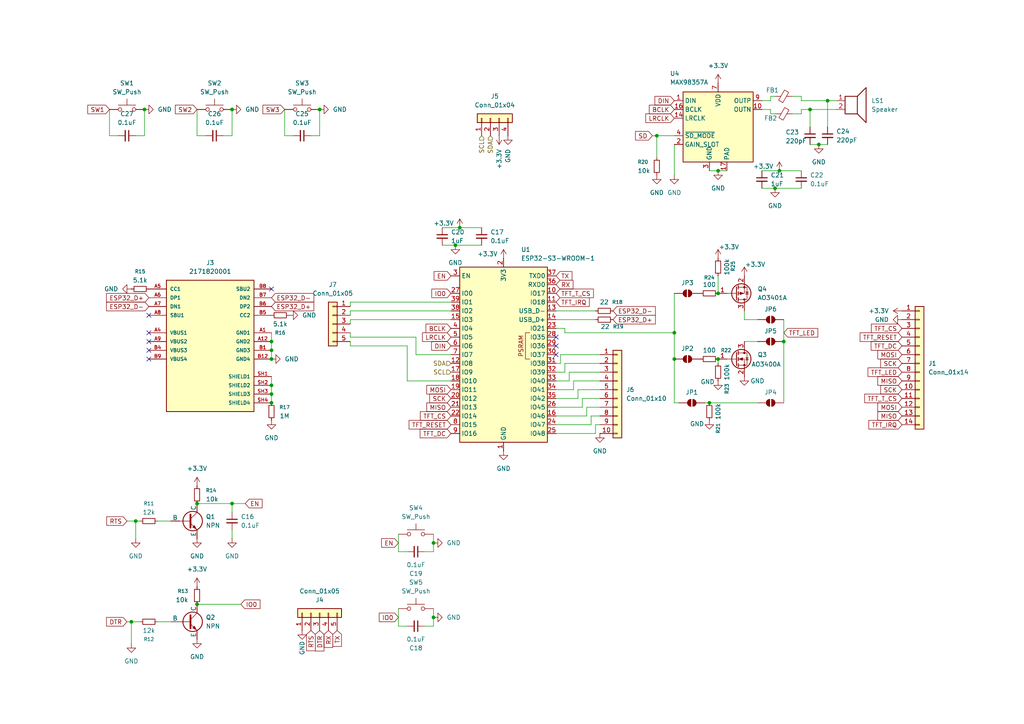
<source format=kicad_sch>
(kicad_sch (version 20250114) (generator "eeschema") (generator_version "9.0")
  (paper "A4")
  (junction (at 224.79 54.61))
  (junction (at 208.28 85.09))
  (junction (at 205.74 116.84))
  (junction (at 125.73 179.07))
  (junction (at 237.49 41.91))
  (junction (at 234.95 31.75))
  (junction (at 78.74 101.6))
  (junction (at 208.28 104.14))
  (junction (at 132.08 71.12))
  (junction (at 226.06 49.53))
  (junction (at 208.28 49.53))
  (junction (at 92.71 31.75))
  (junction (at 190.5 39.37))
  (junction (at 78.74 116.84))
  (junction (at 240.03 29.21))
  (junction (at 195.58 96.52))
  (junction (at 78.74 111.76))
  (junction (at 78.74 114.3))
  (junction (at 57.15 175.26))
  (junction (at 39.37 151.13))
  (junction (at 78.74 99.06))
  (junction (at 78.74 104.14))
  (junction (at 67.31 31.75))
  (junction (at 38.1 180.34))
  (junction (at 125.73 157.48))
  (junction (at 133.35 66.04))
  (junction (at 41.91 31.75))
  (junction (at 227.33 99.06))
  (junction (at 195.58 104.14))
  (junction (at 57.15 146.05))
  (junction (at 67.31 146.05))
  (no_connect (at 161.29 100.33))
  (no_connect (at 43.18 101.6))
  (no_connect (at 43.18 99.06))
  (no_connect (at 43.18 96.52))
  (no_connect (at 78.74 83.82))
  (no_connect (at 161.29 102.87))
  (no_connect (at 43.18 91.44))
  (no_connect (at 43.18 104.14))
  (no_connect (at 161.29 97.79))
  (wire (pts (xy 118.11 100.33) (xy 101.6 100.33)))
  (wire (pts (xy 205.74 49.53) (xy 208.28 49.53)))
  (wire (pts (xy 31.75 31.75) (xy 31.75 39.37)))
  (wire (pts (xy 208.28 105.41) (xy 208.28 104.14)))
  (wire (pts (xy 125.73 160.02) (xy 125.73 157.48)))
  (wire (pts (xy 39.37 39.37) (xy 41.91 39.37)))
  (wire (pts (xy 167.64 115.57) (xy 161.29 115.57)))
  (wire (pts (xy 173.99 105.41) (xy 163.83 105.41)))
  (wire (pts (xy 224.79 27.94) (xy 223.52 27.94)))
  (wire (pts (xy 67.31 39.37) (xy 67.31 31.75)))
  (wire (pts (xy 168.91 118.11) (xy 161.29 118.11)))
  (wire (pts (xy 232.41 31.75) (xy 234.95 31.75)))
  (wire (pts (xy 115.57 176.53) (xy 115.57 181.61)))
  (wire (pts (xy 101.6 100.33) (xy 101.6 99.06)))
  (wire (pts (xy 227.33 92.71) (xy 227.33 99.06)))
  (wire (pts (xy 163.83 96.52) (xy 163.83 95.25)))
  (wire (pts (xy 125.73 181.61) (xy 123.19 181.61)))
  (wire (pts (xy 41.91 39.37) (xy 41.91 31.75)))
  (wire (pts (xy 240.03 29.21) (xy 242.57 29.21)))
  (wire (pts (xy 130.81 87.63) (xy 101.6 87.63)))
  (wire (pts (xy 166.37 113.03) (xy 161.29 113.03)))
  (wire (pts (xy 234.95 41.91) (xy 237.49 41.91)))
  (wire (pts (xy 38.1 180.34) (xy 40.64 180.34)))
  (wire (pts (xy 232.41 33.02) (xy 229.87 33.02)))
  (wire (pts (xy 39.37 151.13) (xy 40.64 151.13)))
  (wire (pts (xy 82.55 39.37) (xy 85.09 39.37)))
  (wire (pts (xy 128.27 71.12) (xy 132.08 71.12)))
  (wire (pts (xy 205.74 116.84) (xy 204.47 116.84)))
  (wire (pts (xy 224.79 54.61) (xy 232.41 54.61)))
  (wire (pts (xy 64.77 39.37) (xy 67.31 39.37)))
  (wire (pts (xy 170.18 118.11) (xy 170.18 120.65)))
  (wire (pts (xy 101.6 87.63) (xy 101.6 88.9)))
  (wire (pts (xy 232.41 29.21) (xy 240.03 29.21)))
  (wire (pts (xy 57.15 175.26) (xy 69.85 175.26)))
  (wire (pts (xy 240.03 36.83) (xy 240.03 29.21)))
  (wire (pts (xy 57.15 39.37) (xy 59.69 39.37)))
  (wire (pts (xy 165.1 110.49) (xy 161.29 110.49)))
  (wire (pts (xy 173.99 113.03) (xy 167.64 113.03)))
  (wire (pts (xy 172.72 123.19) (xy 172.72 125.73)))
  (wire (pts (xy 172.72 92.71) (xy 161.29 92.71)))
  (wire (pts (xy 101.6 92.71) (xy 101.6 93.98)))
  (wire (pts (xy 227.33 99.06) (xy 227.33 116.84)))
  (wire (pts (xy 190.5 39.37) (xy 195.58 39.37)))
  (wire (pts (xy 195.58 116.84) (xy 195.58 104.14)))
  (wire (pts (xy 125.73 157.48) (xy 125.73 154.94)))
  (wire (pts (xy 205.74 116.84) (xy 219.71 116.84)))
  (wire (pts (xy 67.31 146.05) (xy 57.15 146.05)))
  (wire (pts (xy 45.72 151.13) (xy 49.53 151.13)))
  (wire (pts (xy 166.37 110.49) (xy 166.37 113.03)))
  (wire (pts (xy 224.79 33.02) (xy 223.52 33.02)))
  (wire (pts (xy 171.45 120.65) (xy 171.45 123.19)))
  (wire (pts (xy 173.99 123.19) (xy 172.72 123.19)))
  (wire (pts (xy 82.55 31.75) (xy 82.55 39.37)))
  (wire (pts (xy 78.74 96.52) (xy 78.74 99.06)))
  (wire (pts (xy 78.74 101.6) (xy 78.74 104.14)))
  (wire (pts (xy 118.11 181.61) (xy 115.57 181.61)))
  (wire (pts (xy 78.74 99.06) (xy 78.74 101.6)))
  (wire (pts (xy 125.73 179.07) (xy 125.73 176.53)))
  (wire (pts (xy 130.81 92.71) (xy 101.6 92.71)))
  (wire (pts (xy 165.1 107.95) (xy 165.1 110.49)))
  (wire (pts (xy 71.12 146.05) (xy 67.31 146.05)))
  (wire (pts (xy 120.65 97.79) (xy 120.65 102.87)))
  (wire (pts (xy 173.99 120.65) (xy 171.45 120.65)))
  (wire (pts (xy 132.08 71.12) (xy 139.7 71.12)))
  (wire (pts (xy 101.6 96.52) (xy 101.6 97.79)))
  (wire (pts (xy 101.6 97.79) (xy 120.65 97.79)))
  (wire (pts (xy 167.64 113.03) (xy 167.64 115.57)))
  (wire (pts (xy 38.1 186.69) (xy 38.1 180.34)))
  (wire (pts (xy 36.83 180.34) (xy 38.1 180.34)))
  (wire (pts (xy 67.31 156.21) (xy 67.31 153.67)))
  (wire (pts (xy 133.35 66.04) (xy 139.7 66.04)))
  (wire (pts (xy 232.41 33.02) (xy 232.41 31.75)))
  (wire (pts (xy 208.28 80.01) (xy 208.28 85.09)))
  (wire (pts (xy 173.99 110.49) (xy 166.37 110.49)))
  (wire (pts (xy 36.83 151.13) (xy 39.37 151.13)))
  (wire (pts (xy 171.45 123.19) (xy 161.29 123.19)))
  (wire (pts (xy 162.56 102.87) (xy 173.99 102.87)))
  (wire (pts (xy 232.41 27.94) (xy 229.87 27.94)))
  (wire (pts (xy 118.11 160.02) (xy 115.57 160.02)))
  (wire (pts (xy 234.95 36.83) (xy 234.95 31.75)))
  (wire (pts (xy 67.31 148.59) (xy 67.31 146.05)))
  (wire (pts (xy 118.11 110.49) (xy 118.11 100.33)))
  (wire (pts (xy 125.73 160.02) (xy 123.19 160.02)))
  (wire (pts (xy 195.58 85.09) (xy 195.58 96.52)))
  (wire (pts (xy 208.28 49.53) (xy 210.82 49.53)))
  (wire (pts (xy 168.91 115.57) (xy 168.91 118.11)))
  (wire (pts (xy 232.41 27.94) (xy 232.41 29.21)))
  (wire (pts (xy 163.83 105.41) (xy 163.83 107.95)))
  (wire (pts (xy 220.98 49.53) (xy 226.06 49.53)))
  (wire (pts (xy 39.37 151.13) (xy 39.37 156.21)))
  (wire (pts (xy 190.5 39.37) (xy 190.5 45.72)))
  (wire (pts (xy 172.72 125.73) (xy 161.29 125.73)))
  (wire (pts (xy 125.73 181.61) (xy 125.73 179.07)))
  (wire (pts (xy 215.9 92.71) (xy 219.71 92.71)))
  (wire (pts (xy 173.99 107.95) (xy 165.1 107.95)))
  (wire (pts (xy 234.95 31.75) (xy 242.57 31.75)))
  (wire (pts (xy 163.83 107.95) (xy 161.29 107.95)))
  (wire (pts (xy 237.49 41.91) (xy 240.03 41.91)))
  (wire (pts (xy 162.56 105.41) (xy 161.29 105.41)))
  (wire (pts (xy 130.81 110.49) (xy 118.11 110.49)))
  (wire (pts (xy 223.52 27.94) (xy 223.52 29.21)))
  (wire (pts (xy 196.85 116.84) (xy 195.58 116.84)))
  (wire (pts (xy 223.52 31.75) (xy 220.98 31.75)))
  (wire (pts (xy 163.83 96.52) (xy 195.58 96.52)))
  (wire (pts (xy 170.18 120.65) (xy 161.29 120.65)))
  (wire (pts (xy 120.65 102.87) (xy 130.81 102.87)))
  (wire (pts (xy 78.74 109.22) (xy 78.74 111.76)))
  (wire (pts (xy 223.52 29.21) (xy 220.98 29.21)))
  (wire (pts (xy 78.74 111.76) (xy 78.74 114.3)))
  (wire (pts (xy 90.17 39.37) (xy 92.71 39.37)))
  (wire (pts (xy 223.52 33.02) (xy 223.52 31.75)))
  (wire (pts (xy 215.9 99.06) (xy 219.71 99.06)))
  (wire (pts (xy 92.71 39.37) (xy 92.71 31.75)))
  (wire (pts (xy 220.98 54.61) (xy 224.79 54.61)))
  (wire (pts (xy 162.56 102.87) (xy 162.56 105.41)))
  (wire (pts (xy 128.27 66.04) (xy 133.35 66.04)))
  (wire (pts (xy 189.23 39.37) (xy 190.5 39.37)))
  (wire (pts (xy 173.99 118.11) (xy 170.18 118.11)))
  (wire (pts (xy 215.9 92.71) (xy 215.9 90.17)))
  (wire (pts (xy 195.58 50.8) (xy 195.58 41.91)))
  (wire (pts (xy 78.74 114.3) (xy 78.74 116.84)))
  (wire (pts (xy 161.29 95.25) (xy 163.83 95.25)))
  (wire (pts (xy 115.57 154.94) (xy 115.57 160.02)))
  (wire (pts (xy 101.6 90.17) (xy 130.81 90.17)))
  (wire (pts (xy 101.6 91.44) (xy 101.6 90.17)))
  (wire (pts (xy 173.99 115.57) (xy 168.91 115.57)))
  (wire (pts (xy 172.72 90.17) (xy 161.29 90.17)))
  (wire (pts (xy 57.15 31.75) (xy 57.15 39.37)))
  (wire (pts (xy 45.72 180.34) (xy 49.53 180.34)))
  (wire (pts (xy 195.58 104.14) (xy 195.58 96.52)))
  (wire (pts (xy 226.06 49.53) (xy 232.41 49.53)))
  (wire (pts (xy 31.75 39.37) (xy 34.29 39.37)))
  (global_label "RTS" (shape input) (at 36.83 151.13 180) (property "Intersheetrefs" "${INTERSHEET_REFS}" (effects (hide yes))))
  (global_label "ESP32_D+" (shape input) (at 177.8 92.71 0) (property "Intersheetrefs" "${INTERSHEET_REFS}" (effects (hide yes))))
  (global_label "ESP32_D-" (shape input) (at 177.8 90.17 0) (property "Intersheetrefs" "${INTERSHEET_REFS}" (effects (hide yes))))
  (global_label "EN" (shape input) (at 115.57 157.48 180) (property "Intersheetrefs" "${INTERSHEET_REFS}" (effects (hide yes))))
  (global_label "TFT_DC" (shape input) (at 261.62 100.33 180) (property "Intersheetrefs" "${INTERSHEET_REFS}" (effects (hide yes))))
  (global_label "SW2" (shape input) (at 57.15 31.75 180) (property "Intersheetrefs" "${INTERSHEET_REFS}" (effects (hide yes))))
  (global_label "SW3" (shape input) (at 82.55 31.75 180) (property "Intersheetrefs" "${INTERSHEET_REFS}" (effects (hide yes))))
  (global_label "MISO" (shape input) (at 261.62 120.65 180) (property "Intersheetrefs" "${INTERSHEET_REFS}" (effects (hide yes))))
  (global_label "ESP32_D+" (shape input) (at 78.74 88.9 0) (property "Intersheetrefs" "${INTERSHEET_REFS}" (effects (hide yes))))
  (global_label "IO0" (shape input) (at 115.57 179.07 180) (property "Intersheetrefs" "${INTERSHEET_REFS}" (effects (hide yes))))
  (global_label "TFT_CS" (shape input) (at 261.62 95.25 180) (property "Intersheetrefs" "${INTERSHEET_REFS}" (effects (hide yes))))
  (global_label "RX" (shape input) (at 95.25 182.88 270) (property "Intersheetrefs" "${INTERSHEET_REFS}" (effects (hide yes))))
  (global_label "BCLK" (shape input) (at 130.81 95.25 180) (property "Intersheetrefs" "${INTERSHEET_REFS}" (effects (hide yes))))
  (global_label "TFT_IRQ" (shape input) (at 261.62 123.19 180) (property "Intersheetrefs" "${INTERSHEET_REFS}" (effects (hide yes))))
  (global_label "TFT_DC" (shape input) (at 130.81 125.73 180) (property "Intersheetrefs" "${INTERSHEET_REFS}" (effects (hide yes))))
  (global_label "MOSI" (shape input) (at 130.81 113.03 180) (property "Intersheetrefs" "${INTERSHEET_REFS}" (effects (hide yes))))
  (global_label "TFT_T_CS" (shape input) (at 261.62 115.57 180) (property "Intersheetrefs" "${INTERSHEET_REFS}" (effects (hide yes))))
  (global_label "MOSI" (shape input) (at 261.62 102.87 180) (property "Intersheetrefs" "${INTERSHEET_REFS}" (effects (hide yes))))
  (global_label "LRCLK" (shape input) (at 130.81 97.79 180) (property "Intersheetrefs" "${INTERSHEET_REFS}" (effects (hide yes))))
  (global_label "MISO" (shape input) (at 130.81 118.11 180) (property "Intersheetrefs" "${INTERSHEET_REFS}" (effects (hide yes))))
  (global_label "RX" (shape input) (at 161.29 82.55 0) (property "Intersheetrefs" "${INTERSHEET_REFS}" (effects (hide yes))))
  (global_label "TX" (shape input) (at 161.29 80.01 0) (property "Intersheetrefs" "${INTERSHEET_REFS}" (effects (hide yes))))
  (global_label "DTR" (shape input) (at 36.83 180.34 180) (property "Intersheetrefs" "${INTERSHEET_REFS}" (effects (hide yes))))
  (global_label "TFT_IRQ" (shape input) (at 161.29 87.63 0) (property "Intersheetrefs" "${INTERSHEET_REFS}" (effects (hide yes))))
  (global_label "SCK" (shape input) (at 261.62 105.41 180) (property "Intersheetrefs" "${INTERSHEET_REFS}" (effects (hide yes))))
  (global_label "TFT_RESET" (shape input) (at 261.62 97.79 180) (property "Intersheetrefs" "${INTERSHEET_REFS}" (effects (hide yes))))
  (global_label "SCK" (shape input) (at 130.81 115.57 180) (property "Intersheetrefs" "${INTERSHEET_REFS}" (effects (hide yes))))
  (global_label "TX" (shape input) (at 97.79 182.88 270) (property "Intersheetrefs" "${INTERSHEET_REFS}" (effects (hide yes))))
  (global_label "IO0" (shape input) (at 69.85 175.26 0) (property "Intersheetrefs" "${INTERSHEET_REFS}" (effects (hide yes))))
  (global_label "EN" (shape input) (at 71.12 146.05 0) (property "Intersheetrefs" "${INTERSHEET_REFS}" (effects (hide yes))))
  (global_label "MISO" (shape input) (at 261.62 110.49 180) (property "Intersheetrefs" "${INTERSHEET_REFS}" (effects (hide yes))))
  (global_label "TFT_RESET" (shape input) (at 130.81 123.19 180) (property "Intersheetrefs" "${INTERSHEET_REFS}" (effects (hide yes))))
  (global_label "ESP32_D+" (shape input) (at 43.18 86.36 180) (property "Intersheetrefs" "${INTERSHEET_REFS}" (effects (hide yes))))
  (global_label "TFT_CS" (shape input) (at 130.81 120.65 180) (property "Intersheetrefs" "${INTERSHEET_REFS}" (effects (hide yes))))
  (global_label "TFT_LED" (shape input) (at 261.62 107.95 180) (property "Intersheetrefs" "${INTERSHEET_REFS}" (effects (hide yes))))
  (global_label "SCK" (shape input) (at 261.62 113.03 180) (property "Intersheetrefs" "${INTERSHEET_REFS}" (effects (hide yes))))
  (global_label "TFT_LED" (shape input) (at 227.33 96.52 0) (property "Intersheetrefs" "${INTERSHEET_REFS}" (effects (hide yes))))
  (global_label "TFT_T_CS" (shape input) (at 161.29 85.09 0) (property "Intersheetrefs" "${INTERSHEET_REFS}" (effects (hide yes))))
  (global_label "MOSI" (shape input) (at 261.62 118.11 180) (property "Intersheetrefs" "${INTERSHEET_REFS}" (effects (hide yes))))
  (global_label "EN" (shape input) (at 130.81 80.01 180) (property "Intersheetrefs" "${INTERSHEET_REFS}" (effects (hide yes))))
  (global_label "SW1" (shape input) (at 31.75 31.75 180) (property "Intersheetrefs" "${INTERSHEET_REFS}" (effects (hide yes))))
  (global_label "DIN" (shape input) (at 130.81 100.33 180) (property "Intersheetrefs" "${INTERSHEET_REFS}" (effects (hide yes))))
  (global_label "SD" (shape input) (at 189.23 39.37 180) (property "Intersheetrefs" "${INTERSHEET_REFS}" (effects (hide yes))))
  (global_label "ESP32_D-" (shape input) (at 43.18 88.9 180) (property "Intersheetrefs" "${INTERSHEET_REFS}" (effects (hide yes))))
  (global_label "DTR" (shape input) (at 92.71 182.88 270) (property "Intersheetrefs" "${INTERSHEET_REFS}" (effects (hide yes))))
  (global_label "ESP32_D-" (shape input) (at 78.74 86.36 0) (property "Intersheetrefs" "${INTERSHEET_REFS}" (effects (hide yes))))
  (global_label "IO0" (shape input) (at 130.81 85.09 180) (property "Intersheetrefs" "${INTERSHEET_REFS}" (effects (hide yes))))
  (global_label "RTS" (shape input) (at 90.17 182.88 270) (property "Intersheetrefs" "${INTERSHEET_REFS}" (effects (hide yes))))
  (global_label "LRCLK" (shape input) (at 195.58 34.29 180) (property "Intersheetrefs" "${INTERSHEET_REFS}" (effects (hide yes))))
  (global_label "DIN" (shape input) (at 195.58 29.21 180) (property "Intersheetrefs" "${INTERSHEET_REFS}" (effects (hide yes))))
  (global_label "BCLK" (shape input) (at 195.58 31.75 180) (property "Intersheetrefs" "${INTERSHEET_REFS}" (effects (hide yes))))
  (hierarchical_label "SDA" (shape input) (at 142.24 39.37 270))
  (hierarchical_label "SDA" (shape input) (at 130.81 105.41 180))
  (hierarchical_label "SCL" (shape input) (at 139.7 39.37 270))
  (hierarchical_label "SCL" (shape input) (at 130.81 107.95 180))
  (symbol (lib_id "Device:C_Small") (at 87.63 39.37 270) (unit 1)
    (property "Reference" "C25" (at 87.6236 33.02 90))
    (property "Value" "0.1uF" (at 87.6236 35.56 90))
    (property "Footprint" "Capacitor_SMD:C_0603_1608Metric" (effects (hide yes)))
    (property "Description" "Unpolarized capacitor, small symbol" (effects (hide yes)))
  )
  (symbol (lib_id "power:+3.3V") (at 144.78 39.37 0) (mirror x) (unit 1)
    (property "Reference" "#PWR053" (effects (hide yes)))
    (property "Value" "+3.3V" (at 144.7799 43.18 90) (effects (justify left)))
    (property "Description" "Power symbol creates a global label with name \"+3.3V\"" (effects (hide yes)))
  )
  (symbol (lib_id "power:+3.3V") (at 57.15 170.18 0) (mirror y) (unit 1)
    (property "Reference" "#PWR026" (effects (hide yes)))
    (property "Value" "+3.3V" (at 57.15 165.1 0))
    (property "Description" "Power symbol creates a global label with name \"+3.3V\"" (effects (hide yes)))
  )
  (symbol (lib_id "power:+3.3V") (at 208.28 74.93 0) (unit 1)
    (property "Reference" "#PWR059" (effects (hide yes)))
    (property "Value" "+3.3V" (at 214.376 71.628 0) (effects (justify right)))
    (property "Description" "Power symbol creates a global label with name \"+3.3V\"" (effects (hide yes)))
  )
  (symbol (lib_id "power:GND") (at 39.37 156.21 0) (unit 1)
    (property "Reference" "#PWR029" (effects (hide yes)))
    (property "Value" "GND" (at 39.37 161.29 0))
    (property "Description" "Power symbol creates a global label with name \"GND\" , ground" (effects (hide yes)))
  )
  (symbol (lib_id "power:GND") (at 173.99 125.73 0) (unit 1)
    (property "Reference" "#PWR055" (effects (hide yes)))
    (property "Value" "GND" (at 173.99 130.81 0))
    (property "Description" "Power symbol creates a global label with name \"GND\" , ground" (effects (hide yes)))
  )
  (symbol (lib_id "Switch:SW_Push") (at 36.83 31.75 0) (unit 1)
    (property "Reference" "SW1" (at 36.83 24.13 0))
    (property "Value" "SW_Push" (at 36.83 26.67 0))
    (property "Footprint" "Button_Switch_THT:SW_PUSH-12mm" (effects (hide yes)))
    (property "Description" "Push button switch, generic, two pins" (effects (hide yes)))
  )
  (symbol (lib_id "Device:R_Small") (at 175.26 90.17 90) (unit 1)
    (property "Reference" "R18" (at 179.07 87.63 90) (effects (font (size 1.016 1.016))))
    (property "Value" "22" (at 175.26 87.63 90))
    (property "Footprint" "Resistor_SMD:R_0603_1608Metric" (effects (hide yes)))
    (property "Description" "Resistor, small symbol" (effects (hide yes)))
  )
  (symbol (lib_id "power:GND") (at 92.71 31.75 90) (unit 1)
    (property "Reference" "#PWR022" (effects (hide yes)))
    (property "Value" "GND" (at 96.52 31.7499 90) (effects (justify right)))
    (property "Description" "Power symbol creates a global label with name \"GND\" , ground" (effects (hide yes)))
  )
  (symbol (lib_id "Device:C_Small") (at 120.65 181.61 270) (unit 1)
    (property "Reference" "C18" (at 120.6437 187.96 90))
    (property "Value" "0.1uF" (at 120.6437 185.42 90))
    (property "Footprint" "Capacitor_SMD:C_0603_1608Metric" (effects (hide yes)))
    (property "Description" "Unpolarized capacitor, small symbol" (effects (hide yes)))
  )
  (symbol (lib_id "Jumper:SolderJumper_2_Open") (at 223.52 99.06 180) (unit 1) (in_bom no)
    (property "Reference" "JP5" (at 223.52 96.012 0))
    (property "Value" "SolderJumper_2_Open" (effects (hide yes)))
    (property "Footprint" "Jumper:SolderJumper-2_P1.3mm_Open_TrianglePad1.0x1.5mm" (effects (hide yes)))
    (property "Description" "Solder Jumper, 2-pole, open" (effects (hide yes)))
  )
  (symbol (lib_id "power:GND") (at 87.63 182.88 0) (unit 1)
    (property "Reference" "#PWR039" (effects (hide yes)))
    (property "Value" "GND" (at 87.63 187.96 90))
    (property "Description" "Power symbol creates a global label with name \"GND\" , ground" (effects (hide yes)))
  )
  (symbol (lib_id "Device:R_Small") (at 78.74 119.38 180) (unit 1)
    (property "Reference" "R17" (at 82.55 118.11 0) (effects (font (size 1.016 1.016))))
    (property "Value" "1M" (at 82.55 120.65 0))
    (property "Footprint" "Resistor_SMD:R_0603_1608Metric" (effects (hide yes)))
    (property "Description" "Resistor, small symbol" (effects (hide yes)))
  )
  (symbol (lib_id "RF_Module:ESP32-S3-WROOM-1") (at 146.05 102.87 0) (unit 1)
    (property "Reference" "U1" (at 151.13 72.39 0) (effects (justify left)))
    (property "Value" "ESP32-S3-WROOM-1" (at 151.13 74.93 0) (effects (justify left)))
    (property "Footprint" "RF_Module:ESP32-S3-WROOM-1" (effects (hide yes)))
    (property "Datasheet" "https://www.espressif.com/sites/default/files/documentation/esp32-s3-wroom-1_wroom-1u_datasheet_en.pdf" (effects (hide yes)))
    (property "Description" "RF Module, ESP32-S3 SoC, Wi-Fi 802.11b/g/n, Bluetooth, BLE, 32-bit, 3.3V, onboard antenna, SMD" (effects (hide yes)))
  )
  (symbol (lib_id "power:GND") (at 78.74 104.14 90) (unit 1)
    (property "Reference" "#PWR036" (effects (hide yes)))
    (property "Value" "GND" (at 82.55 104.1399 90) (effects (justify right)))
    (property "Description" "Power symbol creates a global label with name \"GND\" , ground" (effects (hide yes)))
  )
  (symbol (lib_id "power:+3.3V") (at 226.06 49.53 0) (unit 1)
    (property "Reference" "#PWR046" (effects (hide yes)))
    (property "Value" "+3.3V" (at 218.44 48.26 0) (effects (justify left)))
    (property "Description" "Power symbol creates a global label with name \"+3.3V\"" (effects (hide yes)))
  )
  (symbol (lib_id "Audio:MAX98357A") (at 208.28 36.83 0) (unit 1)
    (property "Reference" "U4" (at 194.31 21.336 0) (effects (justify left)))
    (property "Value" "MAX98357A" (at 194.31 23.876 0) (effects (justify left)))
    (property "Footprint" "Package_DFN_QFN:TQFN-16-1EP_3x3mm_P0.5mm_EP1.23x1.23mm" (effects (hide yes)))
    (property "Datasheet" "https://www.analog.com/media/en/technical-documentation/data-sheets/MAX98357A-MAX98357B.pdf" (effects (hide yes)))
    (property "Description" "Mono DAC with amplifier, I2S, PCM, TDM, 32-bit, 96khz, 3.2W, TQFP-16" (effects (hide yes)))
  )
  (symbol (lib_id "power:+3.3V") (at 261.62 90.17 90) (mirror x) (unit 1)
    (property "Reference" "#PWR050" (effects (hide yes)))
    (property "Value" "+3.3V" (at 257.81 90.1699 90) (effects (justify left)))
    (property "Description" "Power symbol creates a global label with name \"+3.3V\"" (effects (hide yes)))
  )
  (symbol (lib_id "Connector_Generic:Conn_01x10") (at 179.07 113.03 0) (unit 1)
    (property "Reference" "J6" (at 181.61 113.0299 0) (effects (justify left)))
    (property "Value" "Conn_01x10" (at 181.61 115.5699 0) (effects (justify left)))
    (property "Footprint" "Connector_PinHeader_2.54mm:PinHeader_1x10_P2.54mm_Vertical" (effects (hide yes)))
    (property "Description" "Generic connector, single row, 01x10, script generated (kicad-library-utils/schlib/autogen/connector/)" (effects (hide yes)))
  )
  (symbol (lib_id "Jumper:SolderJumper_2_Open") (at 223.52 116.84 180) (unit 1) (in_bom no)
    (property "Reference" "JP4" (at 223.52 113.792 0))
    (property "Value" "SolderJumper_2_Open" (effects (hide yes)))
    (property "Footprint" "Jumper:SolderJumper-2_P1.3mm_Open_TrianglePad1.0x1.5mm" (effects (hide yes)))
    (property "Description" "Solder Jumper, 2-pole, open" (effects (hide yes)))
  )
  (symbol (lib_id "Connector_Generic:Conn_01x05") (at 92.71 177.8 90) (unit 1)
    (property "Reference" "J4" (at 92.71 173.99 90))
    (property "Value" "Conn_01x05" (at 92.71 171.45 90))
    (property "Footprint" "Connector_PinHeader_2.54mm:PinHeader_1x05_P2.54mm_Vertical" (effects (hide yes)))
    (property "Description" "Generic connector, single row, 01x05, script generated (kicad-library-utils/schlib/autogen/connector/)" (effects (hide yes)))
  )
  (symbol (lib_id "Connector_Generic:Conn_01x04") (at 142.24 34.29 90) (unit 1)
    (property "Reference" "J5" (at 143.51 27.94 90))
    (property "Value" "Conn_01x04" (at 143.51 30.48 90))
    (property "Footprint" "Connector_PinHeader_2.54mm:PinHeader_1x04_P2.54mm_Vertical" (effects (hide yes)))
    (property "Description" "Generic connector, single row, 01x04, script generated (kicad-library-utils/schlib/autogen/connector/)" (effects (hide yes)))
  )
  (symbol (lib_id "Simulation_SPICE:NPN") (at 54.61 180.34 0) (unit 1)
    (property "Reference" "Q2" (at 59.69 179.0699 0) (effects (justify left)))
    (property "Value" "NPN" (at 59.69 181.6099 0) (effects (justify left)))
    (property "Footprint" "Extra:SOT-23-231" (effects (hide yes)))
    (property "Datasheet" "https://ngspice.sourceforge.io/docs/ngspice-html-manual/manual.xhtml#cha_BJTs" (effects (hide yes)))
    (property "Description" "Bipolar transistor symbol for simulation only, substrate tied to the emitter" (effects (hide yes)))
    (property "Sim.Device" "NPN" (effects (hide yes)))
    (property "Sim.Type" "GUMMELPOON" (effects (hide yes)))
    (property "Sim.Pins" "1=C 2=B 3=E" (effects (hide yes)))
  )
  (symbol (lib_id "Switch:SW_Push") (at 87.63 31.75 0) (unit 1)
    (property "Reference" "SW3" (at 87.63 24.13 0))
    (property "Value" "SW_Push" (at 87.63 26.67 0))
    (property "Footprint" "Button_Switch_THT:SW_PUSH-12mm" (effects (hide yes)))
    (property "Description" "Push button switch, generic, two pins" (effects (hide yes)))
  )
  (symbol (lib_id "power:+3.3V") (at 57.15 140.97 0) (unit 1)
    (property "Reference" "#PWR028" (effects (hide yes)))
    (property "Value" "+3.3V" (at 57.15 135.89 0))
    (property "Description" "Power symbol creates a global label with name \"+3.3V\"" (effects (hide yes)))
  )
  (symbol (lib_id "power:GND") (at 83.82 91.44 90) (unit 1)
    (property "Reference" "#PWR034" (effects (hide yes)))
    (property "Value" "GND" (at 87.63 91.4401 90) (effects (justify right)))
    (property "Description" "Power symbol creates a global label with name \"GND\" , ground" (effects (hide yes)))
  )
  (symbol (lib_id "Transistor_FET:AO3400A") (at 213.36 104.14 0) (unit 1)
    (property "Reference" "Q3" (at 219.71 102.8699 0) (effects (justify left)))
    (property "Value" "AO3400A" (at 217.932 105.664 0) (effects (justify left)))
    (property "Footprint" "Package_TO_SOT_SMD:SOT-23" (effects (hide yes)))
    (property "Datasheet" "http://www.aosmd.com/pdfs/datasheet/AO3400A.pdf" (effects (hide yes)))
    (property "Description" "30V Vds, 5.7A Id, N-Channel MOSFET, SOT-23" (effects (hide yes)))
  )
  (symbol (lib_id "Device:R_Small") (at 205.74 85.09 90) (unit 1)
    (property "Reference" "R24" (at 205.74 80.518 90) (effects (font (size 1.016 1.016))))
    (property "Value" "100" (at 205.74 82.55 90))
    (property "Footprint" "Resistor_SMD:R_0603_1608Metric" (effects (hide yes)))
    (property "Description" "Resistor, small symbol" (effects (hide yes)))
  )
  (symbol (lib_id "Device:R_Small") (at 43.18 180.34 90) (mirror x) (unit 1)
    (property "Reference" "R12" (at 43.18 185.42 90) (effects (font (size 1.016 1.016))))
    (property "Value" "12k" (at 43.18 182.88 90))
    (property "Footprint" "Resistor_SMD:R_0603_1608Metric" (effects (hide yes)))
    (property "Description" "Resistor, small symbol" (effects (hide yes)))
  )
  (symbol (lib_id "Jumper:SolderJumper_2_Open") (at 223.52 92.71 180) (unit 1) (in_bom no)
    (property "Reference" "JP6" (at 223.52 89.662 0))
    (property "Value" "SolderJumper_2_Open" (effects (hide yes)))
    (property "Footprint" "Jumper:SolderJumper-2_P1.3mm_Open_TrianglePad1.0x1.5mm" (effects (hide yes)))
    (property "Description" "Solder Jumper, 2-pole, open" (effects (hide yes)))
  )
  (symbol (lib_id "power:GND") (at 67.31 156.21 0) (unit 1)
    (property "Reference" "#PWR040" (effects (hide yes)))
    (property "Value" "GND" (at 67.31 161.29 0))
    (property "Description" "Power symbol creates a global label with name \"GND\" , ground" (effects (hide yes)))
  )
  (symbol (lib_id "power:GND") (at 146.05 130.81 0) (unit 1)
    (property "Reference" "#PWR027" (effects (hide yes)))
    (property "Value" "GND" (at 146.05 135.89 0))
    (property "Description" "Power symbol creates a global label with name \"GND\" , ground" (effects (hide yes)))
  )
  (symbol (lib_id "power:GND") (at 208.28 110.49 0) (unit 1)
    (property "Reference" "#PWR056" (effects (hide yes)))
    (property "Value" "GND" (at 207.264 110.744 0) (effects (justify right)))
    (property "Description" "Power symbol creates a global label with name \"GND\" , ground" (effects (hide yes)))
  )
  (symbol (lib_id "Switch:SW_Push") (at 120.65 176.53 0) (unit 1)
    (property "Reference" "SW5" (at 120.65 168.91 0))
    (property "Value" "SW_Push" (at 120.65 171.45 0))
    (property "Footprint" "Extra:SW4_SKRPABE010_ALPS" (effects (hide yes)))
    (property "Description" "Push button switch, generic, two pins" (effects (hide yes)))
  )
  (symbol (lib_id "power:GND") (at 38.1 186.69 0) (mirror y) (unit 1)
    (property "Reference" "#PWR030" (effects (hide yes)))
    (property "Value" "GND" (at 38.1 191.77 0))
    (property "Description" "Power symbol creates a global label with name \"GND\" , ground" (effects (hide yes)))
  )
  (symbol (lib_id "Device:C_Small") (at 128.27 68.58 0) (unit 1)
    (property "Reference" "C20" (at 130.81 67.3162 0) (effects (justify left)))
    (property "Value" "1uF" (at 130.81 69.8562 0) (effects (justify left)))
    (property "Footprint" "Capacitor_SMD:C_0603_1608Metric" (effects (hide yes)))
    (property "Description" "Unpolarized capacitor, small symbol" (effects (hide yes)))
  )
  (symbol (lib_id "power:GND") (at 78.74 121.92 0) (unit 1)
    (property "Reference" "#PWR035" (effects (hide yes)))
    (property "Value" "GND" (at 78.74 127 0))
    (property "Description" "Power symbol creates a global label with name \"GND\" , ground" (effects (hide yes)))
  )
  (symbol (lib_id "power:GND") (at 125.73 179.07 90) (unit 1)
    (property "Reference" "#PWR038" (effects (hide yes)))
    (property "Value" "GND" (at 129.54 179.0699 90) (effects (justify right)))
    (property "Description" "Power symbol creates a global label with name \"GND\" , ground" (effects (hide yes)))
  )
  (symbol (lib_id "power:GND") (at 125.73 157.48 90) (unit 1)
    (property "Reference" "#PWR042" (effects (hide yes)))
    (property "Value" "GND" (at 129.54 157.4799 90) (effects (justify right)))
    (property "Description" "Power symbol creates a global label with name \"GND\" , ground" (effects (hide yes)))
  )
  (symbol (lib_id "power:GND") (at 224.79 54.61 0) (unit 1)
    (property "Reference" "#PWR045" (effects (hide yes)))
    (property "Value" "GND" (at 224.79 59.69 0))
    (property "Description" "Power symbol creates a global label with name \"GND\" , ground" (effects (hide yes)))
  )
  (symbol (lib_id "power:+3.3V") (at 146.05 74.93 0) (unit 1)
    (property "Reference" "#PWR025" (effects (hide yes)))
    (property "Value" "+3.3V" (at 138.43 73.66 0) (effects (justify left)))
    (property "Description" "Power symbol creates a global label with name \"+3.3V\"" (effects (hide yes)))
  )
  (symbol (lib_id "Device:C_Small") (at 120.65 160.02 270) (unit 1)
    (property "Reference" "C19" (at 120.6437 166.37 90))
    (property "Value" "0.1uF" (at 120.6437 163.83 90))
    (property "Footprint" "Capacitor_SMD:C_0603_1608Metric" (effects (hide yes)))
    (property "Description" "Unpolarized capacitor, small symbol" (effects (hide yes)))
  )
  (symbol (lib_id "power:GND") (at 205.74 121.92 0) (unit 1)
    (property "Reference" "#PWR052" (effects (hide yes)))
    (property "Value" "GND" (at 204.216 122.936 0) (effects (justify right)))
    (property "Description" "Power symbol creates a global label with name \"GND\" , ground" (effects (hide yes)))
  )
  (symbol (lib_id "power:GND") (at 147.32 39.37 0) (mirror y) (unit 1)
    (property "Reference" "#PWR054" (effects (hide yes)))
    (property "Value" "GND" (at 147.3199 43.18 90) (effects (justify right)))
    (property "Description" "Power symbol creates a global label with name \"GND\" , ground" (effects (hide yes)))
  )
  (symbol (lib_id "Jumper:SolderJumper_2_Open") (at 199.39 104.14 180) (unit 1) (in_bom no)
    (property "Reference" "JP2" (at 199.39 101.092 0))
    (property "Value" "SolderJumper_2_Open" (effects (hide yes)))
    (property "Footprint" "Jumper:SolderJumper-2_P1.3mm_Open_TrianglePad1.0x1.5mm" (effects (hide yes)))
    (property "Description" "Solder Jumper, 2-pole, open" (effects (hide yes)))
  )
  (symbol (lib_id "Device:C_Small") (at 62.23 39.37 270) (unit 1)
    (property "Reference" "C26" (at 62.2236 33.02 90))
    (property "Value" "0.1uF" (at 62.2236 35.56 90))
    (property "Footprint" "Capacitor_SMD:C_0603_1608Metric" (effects (hide yes)))
    (property "Description" "Unpolarized capacitor, small symbol" (effects (hide yes)))
  )
  (symbol (lib_id "power:GND") (at 67.31 31.75 90) (unit 1)
    (property "Reference" "#PWR023" (effects (hide yes)))
    (property "Value" "GND" (at 71.12 31.7499 90) (effects (justify right)))
    (property "Description" "Power symbol creates a global label with name \"GND\" , ground" (effects (hide yes)))
  )
  (symbol (lib_id "power:GND") (at 41.91 31.75 90) (unit 1)
    (property "Reference" "#PWR024" (effects (hide yes)))
    (property "Value" "GND" (at 45.72 31.7499 90) (effects (justify right)))
    (property "Description" "Power symbol creates a global label with name \"GND\" , ground" (effects (hide yes)))
  )
  (symbol (lib_id "Jumper:SolderJumper_2_Open") (at 199.39 85.09 180) (unit 1) (in_bom no)
    (property "Reference" "JP3" (at 199.39 82.042 0))
    (property "Value" "SolderJumper_2_Open" (effects (hide yes)))
    (property "Footprint" "Jumper:SolderJumper-2_P1.3mm_Open_TrianglePad1.0x1.5mm" (effects (hide yes)))
    (property "Description" "Solder Jumper, 2-pole, open" (effects (hide yes)))
  )
  (symbol (lib_id "power:GND") (at 190.5 50.8 0) (unit 1)
    (property "Reference" "#PWR047" (effects (hide yes)))
    (property "Value" "GND" (at 190.5 55.88 0))
    (property "Description" "Power symbol creates a global label with name \"GND\" , ground" (effects (hide yes)))
  )
  (symbol (lib_id "power:GND") (at 57.15 156.21 0) (unit 1)
    (property "Reference" "#PWR031" (effects (hide yes)))
    (property "Value" "GND" (at 57.15 161.29 0))
    (property "Description" "Power symbol creates a global label with name \"GND\" , ground" (effects (hide yes)))
  )
  (symbol (lib_id "Jumper:SolderJumper_2_Open") (at 200.66 116.84 180) (unit 1) (in_bom no)
    (property "Reference" "JP1" (at 200.66 113.792 0))
    (property "Value" "SolderJumper_2_Open" (effects (hide yes)))
    (property "Footprint" "Jumper:SolderJumper-2_P1.3mm_Open_TrianglePad1.0x1.5mm" (effects (hide yes)))
    (property "Description" "Solder Jumper, 2-pole, open" (effects (hide yes)))
  )
  (symbol (lib_id "Device:Speaker") (at 247.65 29.21 0) (unit 1)
    (property "Reference" "LS1" (at 252.73 29.2099 0) (effects (justify left)))
    (property "Value" "Speaker" (at 252.73 31.7499 0) (effects (justify left)))
    (property "Footprint" "Connector_JST:JST_XH_S2B-XH-A-1_1x02_P2.50mm_Horizontal" (effects (hide yes)))
    (property "Description" "Speaker" (effects (hide yes)))
  )
  (symbol (lib_id "Switch:SW_Push") (at 62.23 31.75 0) (unit 1)
    (property "Reference" "SW2" (at 62.23 24.13 0))
    (property "Value" "SW_Push" (at 62.23 26.67 0))
    (property "Footprint" "Button_Switch_THT:SW_PUSH-12mm" (effects (hide yes)))
    (property "Description" "Push button switch, generic, two pins" (effects (hide yes)))
  )
  (symbol (lib_id "power:GND") (at 195.58 50.8 0) (unit 1)
    (property "Reference" "#PWR049" (effects (hide yes)))
    (property "Value" "GND" (at 195.58 55.88 0))
    (property "Description" "Power symbol creates a global label with name \"GND\" , ground" (effects (hide yes)))
  )
  (symbol (lib_id "power:GND") (at 132.08 71.12 0) (unit 1)
    (property "Reference" "#PWR041" (effects (hide yes)))
    (property "Value" "GND" (at 132.08 76.2 0))
    (property "Description" "Power symbol creates a global label with name \"GND\" , ground" (effects (hide yes)))
  )
  (symbol (lib_id "Device:R_Small") (at 205.74 104.14 90) (unit 1)
    (property "Reference" "R22" (at 210.566 101.6 90) (effects (font (size 1.016 1.016))))
    (property "Value" "100" (at 205.74 101.6 90))
    (property "Footprint" "Resistor_SMD:R_0603_1608Metric" (effects (hide yes)))
    (property "Description" "Resistor, small symbol" (effects (hide yes)))
  )
  (symbol (lib_id "Device:FerriteBead_Small") (at 227.33 27.94 90) (unit 1)
    (property "Reference" "FB1" (at 224.028 26.162 90))
    (property "Value" "BLM21PG221SN1D" (effects (hide yes)))
    (property "Footprint" "Inductor_SMD:L_0805_2012Metric" (effects (hide yes)))
    (property "Description" "Ferrite bead, small symbol" (effects (hide yes)))
  )
  (symbol (lib_id "Transistor_FET:AO3401A") (at 213.36 85.09 0) (mirror x) (unit 1)
    (property "Reference" "Q4" (at 219.71 83.8199 0) (effects (justify left)))
    (property "Value" "AO3401A" (at 219.71 86.3599 0) (effects (justify left)))
    (property "Footprint" "Package_TO_SOT_SMD:SOT-23" (effects (hide yes)))
    (property "Datasheet" "http://www.aosmd.com/pdfs/datasheet/AO3401A.pdf" (effects (hide yes)))
    (property "Description" "-4.0A Id, -30V Vds, P-Channel MOSFET, SOT-23" (effects (hide yes)))
  )
  (symbol (lib_id "power:+3.3V") (at 215.9 80.01 0) (unit 1)
    (property "Reference" "#PWR058" (effects (hide yes)))
    (property "Value" "+3.3V" (at 221.996 76.708 0) (effects (justify right)))
    (property "Description" "Power symbol creates a global label with name \"+3.3V\"" (effects (hide yes)))
  )
  (symbol (lib_id "power:GND") (at 208.28 49.53 0) (unit 1)
    (property "Reference" "#PWR043" (effects (hide yes)))
    (property "Value" "GND" (at 208.28 54.61 0))
    (property "Description" "Power symbol creates a global label with name \"GND\" , ground" (effects (hide yes)))
  )
  (symbol (lib_id "Switch:SW_Push") (at 120.65 154.94 0) (unit 1)
    (property "Reference" "SW4" (at 120.65 147.32 0))
    (property "Value" "SW_Push" (at 120.65 149.86 0))
    (property "Footprint" "Extra:SW4_SKRPABE010_ALPS" (effects (hide yes)))
    (property "Description" "Push button switch, generic, two pins" (effects (hide yes)))
  )
  (symbol (lib_id "Device:R_Small") (at 43.18 151.13 90) (unit 1)
    (property "Reference" "R11" (at 43.18 146.05 90) (effects (font (size 1.016 1.016))))
    (property "Value" "12k" (at 43.18 148.59 90))
    (property "Footprint" "Resistor_SMD:R_0603_1608Metric" (effects (hide yes)))
    (property "Description" "Resistor, small symbol" (effects (hide yes)))
  )
  (symbol (lib_id "power:+3.3V") (at 133.35 66.04 0) (unit 1)
    (property "Reference" "#PWR037" (effects (hide yes)))
    (property "Value" "+3.3V" (at 125.73 64.77 0) (effects (justify left)))
    (property "Description" "Power symbol creates a global label with name \"+3.3V\"" (effects (hide yes)))
  )
  (symbol (lib_id "Device:R_Small") (at 57.15 143.51 180) (unit 1)
    (property "Reference" "R14" (at 59.69 142.2399 0) (effects (font (size 1.016 1.016)) (justify right)))
    (property "Value" "10k" (at 59.69 144.7799 0) (effects (justify right)))
    (property "Footprint" "Resistor_SMD:R_0603_1608Metric" (effects (hide yes)))
    (property "Description" "Resistor, small symbol" (effects (hide yes)))
  )
  (symbol (lib_id "Device:R_Small") (at 81.28 91.44 270) (unit 1)
    (property "Reference" "R16" (at 81.28 96.52 90) (effects (font (size 1.016 1.016))))
    (property "Value" "5.1k" (at 81.28 93.98 90))
    (property "Footprint" "Resistor_SMD:R_0603_1608Metric" (effects (hide yes)))
    (property "Description" "Resistor, small symbol" (effects (hide yes)))
  )
  (symbol (lib_id "Device:C_Small") (at 220.98 52.07 0) (unit 1)
    (property "Reference" "C21" (at 223.52 50.8062 0) (effects (justify left)))
    (property "Value" "1uF" (at 223.52 53.3462 0) (effects (justify left)))
    (property "Footprint" "Capacitor_SMD:C_0603_1608Metric" (effects (hide yes)))
    (property "Description" "Unpolarized capacitor, small symbol" (effects (hide yes)))
  )
  (symbol (lib_id "Device:C_Small") (at 232.41 52.07 0) (unit 1)
    (property "Reference" "C22" (at 234.95 50.8062 0) (effects (justify left)))
    (property "Value" "0.1uF" (at 234.95 53.3462 0) (effects (justify left)))
    (property "Footprint" "Capacitor_SMD:C_0603_1608Metric" (effects (hide yes)))
    (property "Description" "Unpolarized capacitor, small symbol" (effects (hide yes)))
  )
  (symbol (lib_id "Connector_Generic:Conn_01x05") (at 96.52 93.98 0) (mirror y) (unit 1)
    (property "Reference" "J7" (at 96.52 82.55 0))
    (property "Value" "Conn_01x05" (at 96.52 85.09 0))
    (property "Footprint" "Connector_PinHeader_2.54mm:PinHeader_1x05_P2.54mm_Vertical" (effects (hide yes)))
    (property "Description" "Generic connector, single row, 01x05, script generated (kicad-library-utils/schlib/autogen/connector/)" (effects (hide yes)))
  )
  (symbol (lib_id "Device:C_Small") (at 240.03 39.37 0) (unit 1)
    (property "Reference" "C24" (at 242.57 38.1062 0) (effects (justify left)))
    (property "Value" "220pF" (at 242.57 40.6462 0) (effects (justify left)))
    (property "Footprint" "Capacitor_SMD:C_0402_1005Metric" (effects (hide yes)))
    (property "Description" "Unpolarized capacitor, small symbol" (effects (hide yes)))
  )
  (symbol (lib_id "Device:R_Small") (at 205.74 119.38 0) (unit 1)
    (property "Reference" "R21" (at 208.28 124.206 90) (effects (font (size 1.016 1.016))))
    (property "Value" "100k" (at 208.28 119.38 90))
    (property "Footprint" "Resistor_SMD:R_0603_1608Metric" (effects (hide yes)))
    (property "Description" "Resistor, small symbol" (effects (hide yes)))
  )
  (symbol (lib_id "power:+3.3V") (at 208.28 24.13 0) (unit 1)
    (property "Reference" "#PWR044" (effects (hide yes)))
    (property "Value" "+3.3V" (at 208.28 19.05 0))
    (property "Description" "Power symbol creates a global label with name \"+3.3V\"" (effects (hide yes)))
  )
  (symbol (lib_id "Simulation_SPICE:NPN") (at 54.61 151.13 0) (unit 1)
    (property "Reference" "Q1" (at 59.69 149.8599 0) (effects (justify left)))
    (property "Value" "NPN" (at 59.69 152.3999 0) (effects (justify left)))
    (property "Footprint" "Extra:SOT-23-231" (effects (hide yes)))
    (property "Datasheet" "https://ngspice.sourceforge.io/docs/ngspice-html-manual/manual.xhtml#cha_BJTs" (effects (hide yes)))
    (property "Description" "Bipolar transistor symbol for simulation only, substrate tied to the emitter" (effects (hide yes)))
    (property "Sim.Device" "NPN" (effects (hide yes)))
    (property "Sim.Type" "GUMMELPOON" (effects (hide yes)))
    (property "Sim.Pins" "1=C 2=B 3=E" (effects (hide yes)))
  )
  (symbol (lib_id "Device:C_Small") (at 67.31 151.13 0) (unit 1)
    (property "Reference" "C16" (at 69.85 149.8662 0) (effects (justify left)))
    (property "Value" "0.1uF" (at 69.85 152.4062 0) (effects (justify left)))
    (property "Footprint" "Capacitor_SMD:C_0603_1608Metric" (effects (hide yes)))
    (property "Description" "Unpolarized capacitor, small symbol" (effects (hide yes)))
  )
  (symbol (lib_id "power:GND") (at 261.62 92.71 270) (mirror x) (unit 1)
    (property "Reference" "#PWR051" (effects (hide yes)))
    (property "Value" "GND" (at 257.81 92.7099 90) (effects (justify right)))
    (property "Description" "Power symbol creates a global label with name \"GND\" , ground" (effects (hide yes)))
  )
  (symbol (lib_id "Extra:2171820001") (at 60.96 99.06 0) (unit 1)
    (property "Reference" "J3" (at 60.96 76.2 0))
    (property "Value" "2171820001" (at 60.96 78.74 0))
    (property "Footprint" "Extra:MOLEX_2171820001" (effects (hide yes)))
    (property "PARTREV" "B" (effects (hide yes)))
    (property "STANDARD" "Manufacturer Recommendations" (effects (hide yes)))
    (property "MAXIMUM_PACKAGE_HEIGHT" "6.4 mm" (effects (hide yes)))
    (property "MANUFACTURER" "Molex" (effects (hide yes)))
  )
  (symbol (lib_id "Device:R_Small") (at 190.5 48.26 0) (unit 1)
    (property "Reference" "R20" (at 184.912 46.99 0) (effects (font (size 1.016 1.016)) (justify left)))
    (property "Value" "10k" (at 184.912 49.53 0) (effects (justify left)))
    (property "Footprint" "Resistor_SMD:R_0603_1608Metric" (effects (hide yes)))
    (property "Description" "Resistor, small symbol" (effects (hide yes)))
  )
  (symbol (lib_id "Connector_Generic:Conn_01x14") (at 266.7 105.41 0) (unit 1)
    (property "Reference" "J1" (at 269.24 105.4099 0) (effects (justify left)))
    (property "Value" "Conn_01x14" (at 269.24 107.9499 0) (effects (justify left)))
    (property "Footprint" "Connector_PinHeader_2.54mm:PinHeader_1x14_P2.54mm_Vertical" (effects (hide yes)))
    (property "Description" "Generic connector, single row, 01x14, script generated (kicad-library-utils/schlib/autogen/connector/)" (effects (hide yes)))
  )
  (symbol (lib_id "Device:R_Small") (at 208.28 77.47 0) (unit 1)
    (property "Reference" "R25" (at 212.598 77.216 90) (effects (font (size 1.016 1.016))))
    (property "Value" "100k" (at 210.82 77.47 90))
    (property "Footprint" "Resistor_SMD:R_0603_1608Metric" (effects (hide yes)))
    (property "Description" "Resistor, small symbol" (effects (hide yes)))
  )
  (symbol (lib_id "Device:C_Small") (at 234.95 39.37 0) (unit 1)
    (property "Reference" "C23" (at 227.838 38.354 0) (effects (justify left)))
    (property "Value" "220pF" (at 227.838 40.894 0) (effects (justify left)))
    (property "Footprint" "Capacitor_SMD:C_0402_1005Metric" (effects (hide yes)))
    (property "Description" "Unpolarized capacitor, small symbol" (effects (hide yes)))
  )
  (symbol (lib_id "power:GND") (at 215.9 109.22 0) (unit 1)
    (property "Reference" "#PWR057" (effects (hide yes)))
    (property "Value" "GND" (at 221.742 110.49 0) (effects (justify right)))
    (property "Description" "Power symbol creates a global label with name \"GND\" , ground" (effects (hide yes)))
  )
  (symbol (lib_id "power:GND") (at 38.1 83.82 270) (unit 1)
    (property "Reference" "#PWR033" (effects (hide yes)))
    (property "Value" "GND" (at 34.29 83.8199 90) (effects (justify right)))
    (property "Description" "Power symbol creates a global label with name \"GND\" , ground" (effects (hide yes)))
  )
  (symbol (lib_id "Device:R_Small") (at 57.15 172.72 0) (mirror x) (unit 1)
    (property "Reference" "R13" (at 54.61 171.4499 0) (effects (font (size 1.016 1.016)) (justify right)))
    (property "Value" "10k" (at 54.61 173.9899 0) (effects (justify right)))
    (property "Footprint" "Resistor_SMD:R_0603_1608Metric" (effects (hide yes)))
    (property "Description" "Resistor, small symbol" (effects (hide yes)))
  )
  (symbol (lib_id "Device:R_Small") (at 175.26 92.71 270) (mirror x) (unit 1)
    (property "Reference" "R19" (at 179.324 94.742 90) (effects (font (size 1.016 1.016))))
    (property "Value" "22" (at 175.514 94.742 90))
    (property "Footprint" "Resistor_SMD:R_0603_1608Metric" (effects (hide yes)))
    (property "Description" "Resistor, small symbol" (effects (hide yes)))
  )
  (symbol (lib_id "power:GND") (at 237.49 41.91 0) (unit 1)
    (property "Reference" "#PWR048" (effects (hide yes)))
    (property "Value" "GND" (at 237.49 46.99 0))
    (property "Description" "Power symbol creates a global label with name \"GND\" , ground" (effects (hide yes)))
  )
  (symbol (lib_id "Device:FerriteBead_Small") (at 227.33 33.02 270) (unit 1)
    (property "Reference" "FB2" (at 223.52 34.29 90))
    (property "Value" "BLM21PG221SN1D" (effects (hide yes)))
    (property "Footprint" "Inductor_SMD:L_0805_2012Metric" (effects (hide yes)))
    (property "Description" "Ferrite bead, small symbol" (effects (hide yes)))
  )
  (symbol (lib_id "Device:R_Small") (at 40.64 83.82 90) (unit 1)
    (property "Reference" "R15" (at 40.64 78.74 90) (effects (font (size 1.016 1.016))))
    (property "Value" "5.1k" (at 40.64 81.28 90))
    (property "Footprint" "Resistor_SMD:R_0603_1608Metric" (effects (hide yes)))
    (property "Description" "Resistor, small symbol" (effects (hide yes)))
  )
  (symbol (lib_id "Device:C_Small") (at 36.83 39.37 270) (unit 1)
    (property "Reference" "C27" (at 36.8236 33.02 90))
    (property "Value" "0.1uF" (at 36.8236 35.56 90))
    (property "Footprint" "Capacitor_SMD:C_0603_1608Metric" (effects (hide yes)))
    (property "Description" "Unpolarized capacitor, small symbol" (effects (hide yes)))
  )
  (symbol (lib_id "power:GND") (at 57.15 185.42 0) (unit 1)
    (property "Reference" "#PWR032" (effects (hide yes)))
    (property "Value" "GND" (at 57.15 190.5 0))
    (property "Description" "Power symbol creates a global label with name \"GND\" , ground" (effects (hide yes)))
  )
  (symbol (lib_id "Device:C_Small") (at 139.7 68.58 0) (unit 1)
    (property "Reference" "C17" (at 142.24 67.3162 0) (effects (justify left)))
    (property "Value" "0.1uF" (at 142.24 69.8562 0) (effects (justify left)))
    (property "Footprint" "Capacitor_SMD:C_0603_1608Metric" (effects (hide yes)))
    (property "Description" "Unpolarized capacitor, small symbol" (effects (hide yes)))
  )
  (symbol (lib_id "Device:R_Small") (at 208.28 107.95 0) (unit 1)
    (property "Reference" "R23" (at 210.82 112.776 90) (effects (font (size 1.016 1.016))))
    (property "Value" "100k" (at 210.82 107.95 90))
    (property "Footprint" "Resistor_SMD:R_0603_1608Metric" (effects (hide yes)))
    (property "Description" "Resistor, small symbol" (effects (hide yes)))
  )
)
</source>
